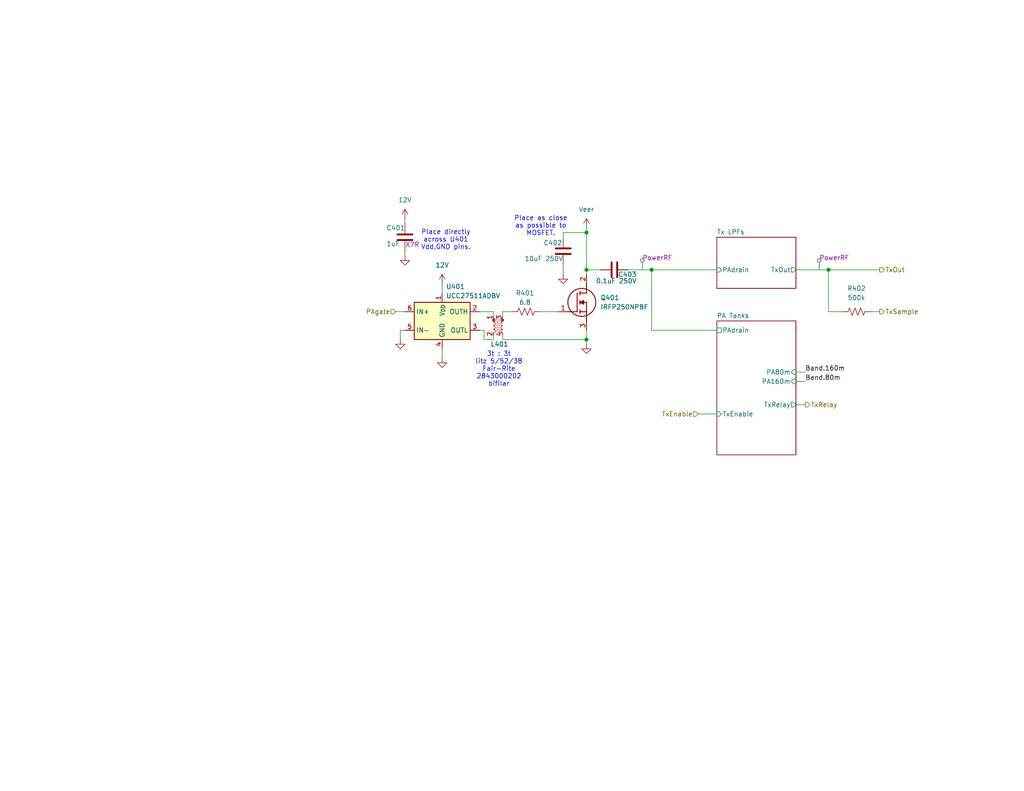
<source format=kicad_sch>
(kicad_sch (version 20250114) (generator "eeschema") (generator_version "9.0")
  (paper "USLetter")
  (title_block (title "${title}") (date "2025-08-10") (company "WB7NAB") (comment 1 "Alan Mimms"))
  (lib_symbols
    (symbol "Device:C" (pin_numbers (hide yes)) (pin_names (offset 0.254))
      (property "Reference" "C" (at 0.635 2.54 0))
      (property "Value" "C" (at 0.635 -2.54 0))
      (symbol "C_0_1"
        (polyline (pts (xy -2.032 0.762) (xy 2.032 0.762)) (stroke (width 0.508)))
        (polyline (pts (xy -2.032 -0.762) (xy 2.032 -0.762)) (stroke (width 0.508)))
      )
      (symbol "C_1_1"
        (pin passive line (at 0 3.81 270) (length 2.794) (name "~") (number "1"))
        (pin passive line (at 0 -3.81 90) (length 2.794) (name "~") (number "2"))
      )
    )
    (symbol "Device:L_Ferrite_Coupled_Small" (pin_names (offset 0.254) (hide yes))
      (property "Reference" "L" (at 0 3.175 0))
      (property "Value" "L_Ferrite_Coupled_Small" (at 0 -3.175 0))
      (symbol "L_Ferrite_Coupled_Small_0_1"
        (polyline (pts (xy -1.651 0.254) (xy -1.397 0.254)))
        (arc (start -1.016 1.27) (mid -1.524 0.7642) (end -2.032 1.27))
        (circle (center -1.524 1.27) (radius 0.254) (fill (type outline)))
        (circle (center -1.524 -1.27) (radius 0.254) (fill (type outline)))
        (arc (start -2.032 -1.27) (mid -1.524 -0.7642) (end -1.016 -1.27))
        (polyline (pts (xy -1.397 -0.254) (xy -1.651 -0.254)))
        (polyline (pts (xy -1.143 0.254) (xy -0.889 0.254)))
        (polyline (pts (xy -0.889 -0.254) (xy -1.143 -0.254)))
        (polyline (pts (xy -0.635 0.254) (xy -0.381 0.254)))
        (arc (start 0 1.27) (mid -0.508 0.7642) (end -1.016 1.27))
        (arc (start -1.016 -1.27) (mid -0.508 -0.7642) (end 0 -1.27))
        (polyline (pts (xy -0.381 -0.254) (xy -0.635 -0.254)))
        (polyline (pts (xy -0.127 0.254) (xy 0.127 0.254)))
        (polyline (pts (xy 0.127 -0.254) (xy -0.127 -0.254)))
        (polyline (pts (xy 0.381 0.254) (xy 0.635 0.254)))
        (arc (start 1.016 1.27) (mid 0.508 0.7642) (end 0 1.27))
        (arc (start 0 -1.27) (mid 0.508 -0.7642) (end 1.016 -1.27))
        (polyline (pts (xy 0.635 -0.254) (xy 0.381 -0.254)))
        (polyline (pts (xy 0.889 0.254) (xy 1.143 0.254)))
        (polyline (pts (xy 1.143 -0.254) (xy 0.889 -0.254)))
        (polyline (pts (xy 1.397 0.254) (xy 1.651 0.254)))
        (arc (start 2.032 1.27) (mid 1.524 0.7642) (end 1.016 1.27))
        (arc (start 1.016 -1.27) (mid 1.524 -0.7642) (end 2.032 -1.27))
        (polyline (pts (xy 1.651 -0.254) (xy 1.397 -0.254)))
      )
      (symbol "L_Ferrite_Coupled_Small_1_1"
        (pin passive line (at -2.54 1.27 0) (length 0.508) (name "1") (number "1"))
        (pin passive line (at -2.54 -1.27 0) (length 0.508) (name "3") (number "3"))
        (pin passive line (at 2.54 1.27 180) (length 0.508) (name "2") (number "2"))
        (pin passive line (at 2.54 -1.27 180) (length 0.508) (name "4") (number "4"))
      )
    )
    (symbol "Device:R_US" (pin_numbers (hide yes)) (pin_names (offset 0))
      (property "Reference" "R" (at 2.54 0 90))
      (property "Value" "R_US" (at -2.54 0 90))
      (symbol "R_US_0_1"
        (polyline (pts (xy 0 2.286) (xy 0 2.54)))
        (polyline (pts (xy 0 2.286) (xy 1.016 1.905) (xy 0 1.524) (xy -1.016 1.143) (xy 0 0.762)))
        (polyline (pts (xy 0 0.762) (xy 1.016 0.381) (xy 0 0) (xy -1.016 -0.381) (xy 0 -0.762)))
        (polyline (pts (xy 0 -0.762) (xy 1.016 -1.143) (xy 0 -1.524) (xy -1.016 -1.905) (xy 0 -2.286)))
        (polyline (pts (xy 0 -2.286) (xy 0 -2.54)))
      )
      (symbol "R_US_1_1"
        (pin passive line (at 0 3.81 270) (length 1.27) (name "~") (number "1"))
        (pin passive line (at 0 -3.81 90) (length 1.27) (name "~") (number "2"))
      )
    )
    (symbol "Driver_FET:UCC27511ADBV"
      (property "Reference" "U" (at 5.08 6.35 0))
      (property "Value" "UCC27511ADBV" (at 8.89 -6.35 0))
      (symbol "UCC27511ADBV_0_1"
        (rectangle (start -7.62 5.08) (end 7.62 -5.08) (stroke (width 0.254)) (fill (type background)))
      )
      (symbol "UCC27511ADBV_1_1"
        (pin input line (at -10.16 2.54 0) (length 2.54) (name "IN+") (number "6"))
        (pin input line (at -10.16 -2.54 0) (length 2.54) (name "IN-") (number "5"))
        (pin power_in line (at 0 7.62 270) (length 2.54) (name "V_{DD}") (number "1"))
        (pin power_in line (at 0 -7.62 90) (length 2.54) (name "GND") (number "4"))
        (pin output line (at 10.16 2.54 180) (length 2.54) (name "OUTH") (number "2"))
        (pin output line (at 10.16 -2.54 180) (length 2.54) (name "OUTL") (number "3"))
      )
    )
    (symbol "IRFP250NPBF:IRFP250NPBF" (pin_names (hide yes))
      (property "Reference" "Q" (at 11.43 3.81 0))
      (property "Value" "IRFP250NPBF" (at 11.43 1.27 0))
      (symbol "IRFP250NPBF_1_1"
        (polyline (pts (xy 2.54 0) (xy 5.08 0)) (stroke (width 0.254)))
        (polyline (pts (xy 5.08 5.08) (xy 5.08 0)) (stroke (width 0.254)))
        (polyline (pts (xy 5.842 5.588) (xy 5.842 4.572)) (stroke (width 0.254)))
        (polyline (pts (xy 5.842 2.54) (xy 6.858 3.048) (xy 6.858 2.032) (xy 5.842 2.54)) (stroke (width 0.254)) (fill (type outline)))
        (polyline (pts (xy 5.842 2.032) (xy 5.842 3.048)) (stroke (width 0.254)))
        (polyline (pts (xy 5.842 0) (xy 7.62 0)) (stroke (width 0.254)))
        (polyline (pts (xy 5.842 -0.508) (xy 5.842 0.508)) (stroke (width 0.254)))
        (circle (center 6.35 2.54) (radius 3.81) (stroke (width 0.254)))
        (polyline (pts (xy 7.62 5.08) (xy 5.842 5.08)) (stroke (width 0.254)))
        (polyline (pts (xy 7.62 5.08) (xy 7.62 7.62)) (stroke (width 0.254)))
        (polyline (pts (xy 7.62 2.54) (xy 5.842 2.54)) (stroke (width 0.254)))
        (polyline (pts (xy 7.62 2.54) (xy 7.62 -2.54)) (stroke (width 0.254)))
        (pin passive line (at 0 0 0) (length 2.54) (name "G") (number "1"))
        (pin passive line (at 7.62 10.16 270) (length 2.54) (name "D") (number "2"))
        (pin passive line (at 7.62 -5.08 90) (length 2.54) (name "S") (number "3"))
      )
    )
    (symbol "power:+3.3V" (power) (pin_numbers (hide yes)) (pin_names (offset 0) (hide yes))
      (property "Value" "+3.3V" (at 0 3.556 0))
      (symbol "+3.3V_0_1"
        (polyline (pts (xy -0.762 1.27) (xy 0 2.54)))
        (polyline (pts (xy 0 2.54) (xy 0.762 1.27)))
        (polyline (pts (xy 0 0) (xy 0 2.54)))
      )
      (symbol "+3.3V_1_1"
        (pin power_in line (at 0 0 90) (length 0) (name "~") (number "1"))
      )
    )
    (symbol "power:GND" (power) (pin_numbers (hide yes)) (pin_names (offset 0) (hide yes))
      (property "Value" "GND" (at 0 -3.81 0))
      (symbol "GND_0_1"
        (polyline (pts (xy 0 0) (xy 0 -1.27) (xy 1.27 -1.27) (xy 0 -2.54) (xy -1.27 -1.27) (xy 0 -1.27)))
      )
      (symbol "GND_1_1"
        (pin power_in line (at 0 0 270) (length 0) (name "~") (number "1"))
      )
    )
  )
  (text "Place as close\nas possible to\nMOSFET." (at 147.574 61.722 0) (effects (font (size 1.27 1.27))))
  (text "3t : 3t\nlitz 5/52/38\nFair-Rite\n2843000202\nbifilar" (at 136.144 100.838 0) (effects (font (size 1.27 1.27))))
  (text "Place directly\nacross U401\nVdd,GND pins." (at 121.666 65.532 0) (effects (font (size 1.27 1.27))))
  (junction (at 177.8 73.66))
  (junction (at 160.02 73.66))
  (junction (at 160.02 63.5))
  (junction (at 160.02 92.71))
  (junction (at 226.06 73.66))
  (wire (pts (xy 147.32 85.09) (xy 152.4 85.09)))
  (wire (pts (xy 134.62 85.09) (xy 134.62 86.36)))
  (wire (pts (xy 132.08 90.17) (xy 130.81 90.17)))
  (wire (pts (xy 237.49 85.09) (xy 240.03 85.09)))
  (wire (pts (xy 130.81 85.09) (xy 134.62 85.09)))
  (wire (pts (xy 190.5 113.03) (xy 195.58 113.03)))
  (wire (pts (xy 160.02 63.5) (xy 160.02 73.66)))
  (wire (pts (xy 217.17 101.6) (xy 219.71 101.6)))
  (wire (pts (xy 153.67 72.39) (xy 153.67 74.93)))
  (wire (pts (xy 217.17 110.49) (xy 219.71 110.49)))
  (wire (pts (xy 109.22 92.71) (xy 109.22 90.17)))
  (wire (pts (xy 217.17 73.66) (xy 226.06 73.66)))
  (wire (pts (xy 137.16 92.71) (xy 160.02 92.71)))
  (wire (pts (xy 153.67 63.5) (xy 160.02 63.5)))
  (wire (pts (xy 160.02 92.71) (xy 160.02 90.17)))
  (wire (pts (xy 120.65 95.25) (xy 120.65 97.79)))
  (wire (pts (xy 132.08 92.71) (xy 134.62 92.71)))
  (wire (pts (xy 120.65 77.47) (xy 120.65 80.01)))
  (wire (pts (xy 177.8 90.17) (xy 177.8 73.66)))
  (wire (pts (xy 160.02 73.66) (xy 160.02 74.93)))
  (wire (pts (xy 110.49 68.58) (xy 110.49 69.85)))
  (wire (pts (xy 217.17 104.14) (xy 219.71 104.14)))
  (wire (pts (xy 226.06 73.66) (xy 240.03 73.66)))
  (wire (pts (xy 229.87 85.09) (xy 226.06 85.09)))
  (wire (pts (xy 109.22 90.17) (xy 110.49 90.17)))
  (wire (pts (xy 226.06 85.09) (xy 226.06 73.66)))
  (wire (pts (xy 134.62 92.71) (xy 134.62 91.44)))
  (wire (pts (xy 153.67 64.77) (xy 153.67 63.5)))
  (wire (pts (xy 110.49 59.69) (xy 110.49 60.96)))
  (wire (pts (xy 160.02 93.98) (xy 160.02 92.71)))
  (wire (pts (xy 177.8 73.66) (xy 195.58 73.66)))
  (wire (pts (xy 160.02 62.23) (xy 160.02 63.5)))
  (wire (pts (xy 107.95 85.09) (xy 110.49 85.09)))
  (wire (pts (xy 171.45 73.66) (xy 177.8 73.66)))
  (wire (pts (xy 137.16 92.71) (xy 137.16 91.44)))
  (wire (pts (xy 160.02 73.66) (xy 163.83 73.66)))
  (wire (pts (xy 137.16 85.09) (xy 139.7 85.09)))
  (wire (pts (xy 137.16 85.09) (xy 137.16 86.36)))
  (wire (pts (xy 195.58 90.17) (xy 177.8 90.17)))
  (wire (pts (xy 132.08 92.71) (xy 132.08 90.17)))
  (label "Band.160m" (at 219.71 101.6 0))
  (label "Band.80m" (at 219.71 104.14 0))
  (hierarchical_label "TxSample" (shape output) (at 240.03 85.09 0))
  (hierarchical_label "TxRelay" (shape output) (at 219.71 110.49 0))
  (hierarchical_label "TxOut" (shape output) (at 240.03 73.66 0))
  (hierarchical_label "TxEnable" (shape input) (at 190.5 113.03 180))
  (hierarchical_label "PAgate" (shape input) (at 107.95 85.09 180))
  (netclass_flag "" (length 2.54) (shape round) (at 223.52 73.66 0) (property "Netclass" "PowerRF" (at 223.52 70.358 0) (effects (justify left))))
  (netclass_flag "" (length 2.54) (shape round) (at 175.26 73.66 0) (property "Netclass" "PowerRF" (at 175.26 70.358 0) (effects (justify left))))
  (symbol (lib_id "power:+3.3V") (at 110.49 59.69 0) (unit 1)
    (property "Reference" "#PWR0402" (effects (hide yes)))
    (property "Value" "12V" (at 110.49 54.61 0))
    (property "Description" "Power symbol creates a global label with name \"+3.3V\"" (effects (hide yes)))
  )
  (symbol (lib_id "Driver_FET:UCC27511ADBV") (at 120.65 87.63 0) (unit 1)
    (property "Reference" "U401" (at 121.666 78.232 0) (effects (justify left)))
    (property "Value" "UCC27511ADBV" (at 121.666 80.772 0) (effects (justify left)))
    (property "Footprint" "Package_TO_SOT_SMD:SOT-23-6" (effects (hide yes)))
    (property "Datasheet" "https://www.ti.com/lit/ds/symlink/ucc27511a.pdf" (effects (hide yes)))
    (property "Description" "Single-Channel High-Speed Low-Side Gate Driver With 4-A Peak Source and 8-A Peak Sink, SOT-23-6" (effects (hide yes)))
  )
  (symbol (lib_id "Device:R_US") (at 233.68 85.09 90) (unit 1)
    (property "Reference" "R402" (at 233.68 78.74 90))
    (property "Value" "500k" (at 233.68 81.28 90))
    (property "Footprint" "Resistor_SMD:R_0603_1608Metric" (effects (hide yes)))
    (property "Description" "Resistor, US symbol" (effects (hide yes)))
  )
  (symbol (lib_id "Device:L_Ferrite_Coupled_Small") (at 135.89 88.9 90) (mirror x) (unit 1)
    (property "Reference" "L401" (at 133.858 93.98 90) (effects (justify right)))
    (property "Description" "Coupled inductor with ferrite core, small symbol" (effects (hide yes)))
  )
  (symbol (lib_id "Device:C") (at 110.49 64.77 0) (unit 1)
    (property "Reference" "C401" (at 105.41 62.23 0) (effects (justify left)))
    (property "Value" "1uF" (at 105.41 66.548 0) (effects (justify left)))
    (property "Footprint" "Capacitor_SMD:C_0805_2012Metric" (effects (hide yes)))
    (property "Description" "Unpolarized capacitor" (effects (hide yes)))
    (property "cap-type" "X7R" (at 112.522 66.802 0))
  )
  (symbol (lib_id "Device:C") (at 167.64 73.66 90) (unit 1)
    (property "Reference" "C403" (at 173.736 74.93 90) (effects (justify left)))
    (property "Value" "0.1uF 250V" (at 173.736 76.708 90) (effects (justify left)))
    (property "Footprint" "Capacitor_SMD:C_0805_2012Metric" (effects (hide yes)))
    (property "Description" "Unpolarized capacitor" (effects (hide yes)))
  )
  (symbol (lib_id "power:+3.3V") (at 160.02 62.23 0) (unit 1)
    (property "Reference" "#PWR0407" (effects (hide yes)))
    (property "Value" "Veer" (at 160.02 57.15 0))
    (property "Description" "Power symbol creates a global label with name \"+3.3V\"" (effects (hide yes)))
  )
  (symbol (lib_id "power:GND") (at 153.67 74.93 0) (unit 1)
    (property "Reference" "#PWR0406" (effects (hide yes)))
    (property "Value" "GND" (effects (hide yes)))
    (property "Description" "Power symbol creates a global label with name \"GND\" , ground" (effects (hide yes)))
  )
  (symbol (lib_id "power:GND") (at 160.02 93.98 0) (unit 1)
    (property "Reference" "#PWR0408" (effects (hide yes)))
    (property "Value" "GND" (effects (hide yes)))
    (property "Description" "Power symbol creates a global label with name \"GND\" , ground" (effects (hide yes)))
  )
  (symbol (lib_id "power:+3.3V") (at 120.65 77.47 0) (unit 1)
    (property "Reference" "#PWR0404" (effects (hide yes)))
    (property "Value" "12V" (at 120.65 72.39 0))
    (property "Description" "Power symbol creates a global label with name \"+3.3V\"" (effects (hide yes)))
  )
  (symbol (lib_id "power:GND") (at 120.65 97.79 0) (unit 1)
    (property "Reference" "#PWR0405" (effects (hide yes)))
    (property "Value" "GND" (effects (hide yes)))
    (property "Description" "Power symbol creates a global label with name \"GND\" , ground" (effects (hide yes)))
  )
  (symbol (lib_id "Device:R_US") (at 143.51 85.09 90) (unit 1)
    (property "Reference" "R401" (at 143.256 80.01 90))
    (property "Value" "6.8" (at 143.256 82.55 90))
    (property "Footprint" "Resistor_SMD:R_1206_3216Metric" (effects (hide yes)))
    (property "Description" "Resistor, US symbol" (effects (hide yes)))
  )
  (symbol (lib_id "IRFP250NPBF:IRFP250NPBF") (at 152.4 85.09 0) (unit 1)
    (property "Reference" "Q401" (at 163.83 81.2799 0) (effects (justify left)))
    (property "Value" "IRFP250NPBF" (at 163.83 83.8199 0) (effects (justify left)))
    (property "Description" "N-channel MOSFET,IRFP250N 30A 200V 190W" (effects (hide yes)))
    (property "Height" "5.3" (effects (hide yes)))
    (property "Mouser Part Number" "942-IRFP250NPBF" (effects (hide yes)))
    (property "Mouser Price/Stock" "https://www.mouser.co.uk/ProductDetail/Infineon-Technologies/IRFP250NPBF?qs=9%252BKlkBgLFf0eROOpDzecKw%3D%3D" (effects (hide yes)))
    (property "Manufacturer_Name" "Infineon" (effects (hide yes)))
    (property "Manufacturer_Part_Number" "IRFP250NPBF" (effects (hide yes)))
  )
  (symbol (lib_id "power:GND") (at 109.22 92.71 0) (unit 1)
    (property "Reference" "#PWR0401" (effects (hide yes)))
    (property "Value" "GND" (effects (hide yes)))
    (property "Description" "Power symbol creates a global label with name \"GND\" , ground" (effects (hide yes)))
  )
  (symbol (lib_id "Device:C") (at 153.67 68.58 0) (mirror y) (unit 1)
    (property "Reference" "C402" (at 153.416 66.294 0) (effects (justify left)))
    (property "Value" "10uF 250V" (at 153.67 70.612 0) (effects (justify left)))
    (property "Footprint" "Capacitor_SMD:C_0805_2012Metric" (effects (hide yes)))
    (property "Description" "Unpolarized capacitor" (effects (hide yes)))
  )
  (symbol (lib_id "power:GND") (at 110.49 69.85 0) (unit 1)
    (property "Reference" "#PWR0403" (effects (hide yes)))
    (property "Value" "GND" (effects (hide yes)))
    (property "Description" "Power symbol creates a global label with name \"GND\" , ground" (effects (hide yes)))
  )
  (sheet (at 195.58 87.63) (size 21.59 36.576) (stroke (width 0.1524))
    (property "Sheetname" "PA Tanks" (at 195.58 86.9184 0) (effects (justify left bottom)))
    (property "Sheetfile" "pa-tanks.kicad_sch" (effects (hide yes)))
    (pin "PAdrain" passive (at 195.58 90.17 180))
    (pin "PA80m" input (at 217.17 101.6 0))
    (pin "PA160m" input (at 217.17 104.14 0))
    (pin "TxEnable" input (at 195.58 113.03 180))
    (pin "TxRelay" output (at 217.17 110.49 0))
  )
  (sheet (at 195.58 64.77) (size 21.59 13.97) (stroke (width 0.1524))
    (property "Sheetname" "Tx LPFs" (at 195.58 64.0584 0) (effects (justify left bottom)))
    (property "Sheetfile" "tx-LPFs.kicad_sch" (effects (hide yes)))
    (pin "PAdrain" input (at 195.58 73.66 180))
    (pin "TxOut" output (at 217.17 73.66 0))
  )
)
</source>
